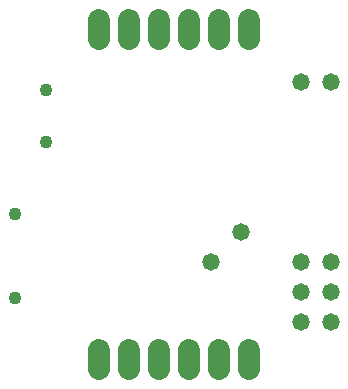
<source format=gbs>
G75*
G70*
%OFA0B0*%
%FSLAX24Y24*%
%IPPOS*%
%LPD*%
%AMOC8*
5,1,8,0,0,1.08239X$1,22.5*
%
%ADD10C,0.0434*%
%ADD11C,0.0720*%
%ADD12C,0.0580*%
D10*
X001608Y003553D03*
X001608Y006348D03*
X002658Y008734D03*
X002658Y010466D03*
D11*
X004408Y012180D02*
X004408Y012820D01*
X005408Y012820D02*
X005408Y012180D01*
X006408Y012180D02*
X006408Y012820D01*
X007408Y012820D02*
X007408Y012180D01*
X008408Y012180D02*
X008408Y012820D01*
X009408Y012820D02*
X009408Y012180D01*
X009408Y001820D02*
X009408Y001180D01*
X008408Y001180D02*
X008408Y001820D01*
X007408Y001820D02*
X007408Y001180D01*
X006408Y001180D02*
X006408Y001820D01*
X005408Y001820D02*
X005408Y001180D01*
X004408Y001180D02*
X004408Y001820D01*
D12*
X008158Y004750D03*
X009158Y005750D03*
X011158Y004750D03*
X011158Y003750D03*
X011158Y002750D03*
X012158Y002750D03*
X012158Y003750D03*
X012158Y004750D03*
X012158Y010750D03*
X011158Y010750D03*
M02*

</source>
